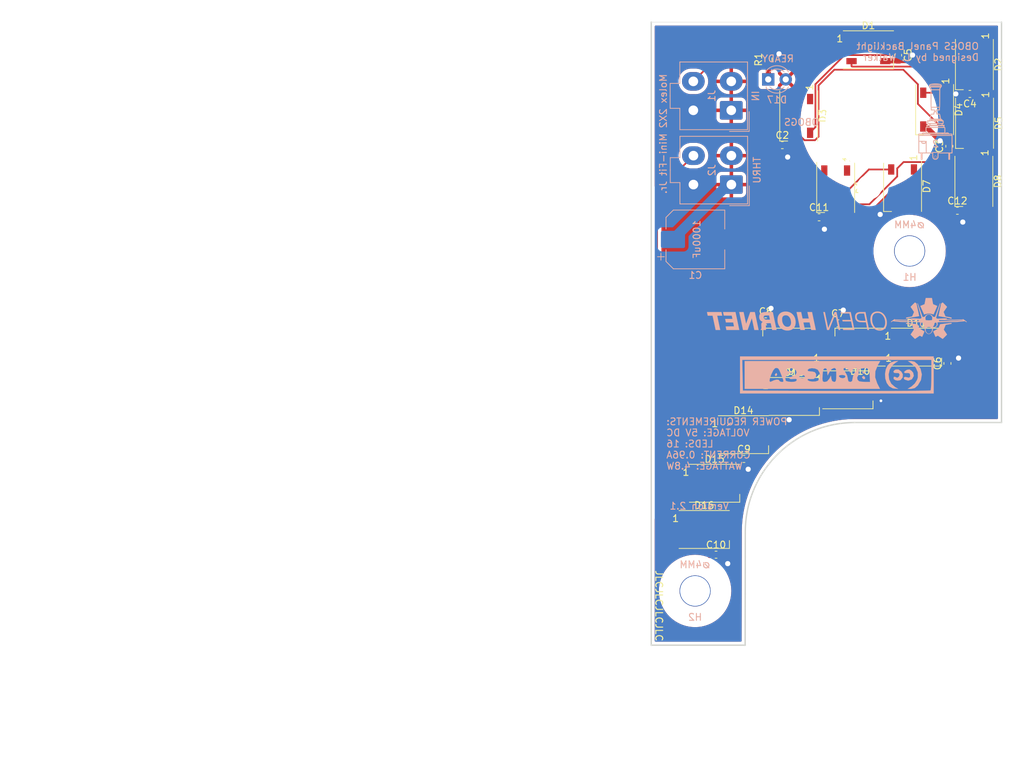
<source format=kicad_pcb>
(kicad_pcb (version 20211014) (generator pcbnew)
  (layers (0 "F.Cu" signal) (31 "B.Cu" signal) (34 "B.Paste" user) (35 "F.Paste" user) (36 "B.SilkS" user "B.Silkscreen") (37 "F.SilkS" user "F.Silkscreen") (38 "B.Mask" user) (39 "F.Mask" user) (44 "Edge.Cuts" user))
  (net 0 "")
  (net 1 "/LED+5V")
  (net 2 "Net-(D1-Pad2)")
  (net 3 "/DATAIN")
  (net 4 "/LEDGND")
  (net 5 "Net-(D2-Pad2)")
  (net 6 "Net-(D3-Pad2)")
  (net 7 "Net-(D4-Pad2)")
  (net 8 "Net-(D5-Pad2)")
  (net 9 "Net-(D6-Pad2)")
  (net 10 "Net-(D7-Pad2)")
  (net 11 "Net-(D8-Pad2)")
  (net 12 "Net-(D10-Pad4)")
  (net 13 "Net-(D10-Pad2)")
  (net 14 "Net-(D11-Pad2)")
  (net 15 "Net-(D12-Pad2)")
  (net 16 "Net-(D13-Pad2)")
  (net 17 "Net-(D14-Pad2)")
  (net 18 "Net-(D15-Pad2)")
  (net 19 "/DATAOUT")
  (net 20 "Net-(D17-Pad1)")
  (footprint "OH_Footprints:C_0603_1608Metric" (layer "F.Cu") (at 177.6603 58.74766)
    (fp_text reference "C2" (at 0 -1.43) (layer "F.SilkS"))
    (fp_text value "C")
    (pad "1" smd roundrect (at -0.775 0) (size 0.9 0.95) (layers "F.Cu" "F.Paste" "F.Mask") (net 1 "/LED+5V"))
    (pad "2" smd roundrect (at 0.775 0) (size 0.9 0.95) (layers "F.Cu" "F.Paste" "F.Mask") (net 4 "/LEDGND"))
  )
  (footprint "OH_Footprints:C_0603_1608Metric" (layer "F.Cu") (at 201.88174 58.90992 90)
    (fp_text reference "C3" (at 0 -1.43 90) (layer "F.SilkS"))
    (fp_text value "C")
    (pad "1" smd roundrect (at -0.775 0 90) (size 0.9 0.95) (layers "F.Cu" "F.Paste" "F.Mask") (net 1 "/LED+5V"))
    (pad "2" smd roundrect (at 0.775 0 90) (size 0.9 0.95) (layers "F.Cu" "F.Paste" "F.Mask") (net 4 "/LEDGND"))
  )
  (footprint "OH_Footprints:C_0603_1608Metric" (layer "F.Cu") (at 204.86116 51.31562 180)
    (fp_text reference "C4" (at 0 -1.43 180) (layer "F.SilkS"))
    (fp_text value "C")
    (pad "1" smd roundrect (at -0.775 0 180) (size 0.9 0.95) (layers "F.Cu" "F.Paste" "F.Mask") (net 1 "/LED+5V"))
    (pad "2" smd roundrect (at 0.775 0 180) (size 0.9 0.95) (layers "F.Cu" "F.Paste" "F.Mask") (net 4 "/LEDGND"))
  )
  (footprint "OH_Footprints:C_0603_1608Metric" (layer "F.Cu") (at 194.44716 45.6949 -90)
    (fp_text reference "C5" (at 0 -1.43 -90) (layer "F.SilkS"))
    (fp_text value "C")
    (pad "1" smd roundrect (at -0.775 0 270) (size 0.9 0.95) (layers "F.Cu" "F.Paste" "F.Mask") (net 1 "/LED+5V"))
    (pad "2" smd roundrect (at 0.775 0 270) (size 0.9 0.95) (layers "F.Cu" "F.Paste" "F.Mask") (net 4 "/LEDGND"))
  )
  (footprint "OH_Footprints:C_0603_1608Metric" (layer "F.Cu") (at 201.60234 90.42684 90)
    (fp_text reference "C6" (at 0 -1.43 90) (layer "F.SilkS"))
    (fp_text value "C")
    (pad "1" smd roundrect (at -0.775 0 90) (size 0.9 0.95) (layers "F.Cu" "F.Paste" "F.Mask") (net 1 "/LED+5V"))
    (pad "2" smd roundrect (at 0.775 0 90) (size 0.9 0.95) (layers "F.Cu" "F.Paste" "F.Mask") (net 4 "/LEDGND"))
  )
  (footprint "OH_Footprints:C_0603_1608Metric" (layer "F.Cu") (at 185.71972 84.6074)
    (fp_text reference "C7" (at 0 -1.43) (layer "F.SilkS"))
    (fp_text value "C")
    (pad "1" smd roundrect (at -0.775 0) (size 0.9 0.95) (layers "F.Cu" "F.Paste" "F.Mask") (net 1 "/LED+5V"))
    (pad "2" smd roundrect (at 0.775 0) (size 0.9 0.95) (layers "F.Cu" "F.Paste" "F.Mask") (net 4 "/LEDGND"))
  )
  (footprint "OH_Footprints:C_0603_1608Metric" (layer "F.Cu") (at 175.23938 84.32292)
    (fp_text reference "C8" (at 0 -1.43) (layer "F.SilkS"))
    (fp_text value "C")
    (pad "1" smd roundrect (at -0.775 0) (size 0.9 0.95) (layers "F.Cu" "F.Paste" "F.Mask") (net 1 "/LED+5V"))
    (pad "2" smd roundrect (at 0.775 0) (size 0.9 0.95) (layers "F.Cu" "F.Paste" "F.Mask") (net 4 "/LEDGND"))
  )
  (footprint "OH_Footprints:C_0603_1608Metric" (layer "F.Cu") (at 172.08978 104.2924)
    (fp_text reference "C9" (at 0 -1.43) (layer "F.SilkS"))
    (fp_text value "C")
    (pad "1" smd roundrect (at -0.775 0) (size 0.9 0.95) (layers "F.Cu" "F.Paste" "F.Mask") (net 1 "/LED+5V"))
    (pad "2" smd roundrect (at 0.775 0) (size 0.9 0.95) (layers "F.Cu" "F.Paste" "F.Mask") (net 4 "/LEDGND"))
  )
  (footprint "OH_Footprints:C_0603_1608Metric" (layer "F.Cu") (at 168.04356 118.18874)
    (fp_text reference "C10" (at 0 -1.43) (layer "F.SilkS"))
    (fp_text value "C")
    (pad "1" smd roundrect (at -0.775 0) (size 0.9 0.95) (layers "F.Cu" "F.Paste" "F.Mask") (net 1 "/LED+5V"))
    (pad "2" smd roundrect (at 0.775 0) (size 0.9 0.95) (layers "F.Cu" "F.Paste" "F.Mask") (net 4 "/LEDGND"))
  )
  (footprint "OH_Footprints:LED_WS2812B_PLCC4_5.0x5.0mm_P3.2mm" (layer "F.Cu") (at 190.144 44.9072)
    (fp_text reference "D1" (at 0 -3.5) (layer "F.SilkS"))
    (fp_text value "WS2812B")
    (fp_text user "1" (at -4.15 -1.6) (layer "F.SilkS"))
    (pad "1" smd rect (at -2.45 -1.65) (size 1.5 0.9) (layers "F.Cu" "F.Paste" "F.Mask") (net 1 "/LED+5V"))
    (pad "2" smd rect (at -2.45 1.65) (size 1.5 0.9) (layers "F.Cu" "F.Paste" "F.Mask") (net 2 "Net-(D1-Pad2)"))
    (pad "3" smd rect (at 2.45 1.65) (size 1.5 0.9) (layers "F.Cu" "F.Paste" "F.Mask") (net 4 "/LEDGND"))
    (pad "4" smd rect (at 2.45 -1.65) (size 1.5 0.9) (layers "F.Cu" "F.Paste" "F.Mask") (net 3 "/DATAIN"))
  )
  (footprint "OH_Footprints:LED_WS2812B_PLCC4_5.0x5.0mm_P3.2mm" (layer "F.Cu") (at 205.512 47.0524 -90)
    (fp_text reference "D2" (at 0 -3.5 -90) (layer "F.SilkS"))
    (fp_text value "WS2812B")
    (fp_text user "1" (at -4.15 -1.6 -90) (layer "F.SilkS"))
    (pad "1" smd rect (at -2.45 -1.65 270) (size 1.5 0.9) (layers "F.Cu" "F.Paste" "F.Mask") (net 1 "/LED+5V"))
    (pad "2" smd rect (at -2.45 1.65 270) (size 1.5 0.9) (layers "F.Cu" "F.Paste" "F.Mask") (net 5 "Net-(D2-Pad2)"))
    (pad "3" smd rect (at 2.45 1.65 270) (size 1.5 0.9) (layers "F.Cu" "F.Paste" "F.Mask") (net 4 "/LEDGND"))
    (pad "4" smd rect (at 2.45 -1.65 270) (size 1.5 0.9) (layers "F.Cu" "F.Paste" "F.Mask") (net 2 "Net-(D1-Pad2)"))
  )
  (footprint "OH_Footprints:LED_WS2812B_PLCC4_5.0x5.0mm_P3.2mm" (layer "F.Cu") (at 180.035 54.5084 -90)
    (fp_text reference "D3" (at 0 -3.5 -90) (layer "F.SilkS"))
    (fp_text value "WS2812B")
    (fp_text user "1" (at -4.15 -1.6 -90) (layer "F.SilkS"))
    (pad "1" smd rect (at -2.45 -1.65 270) (size 1.5 0.9) (layers "F.Cu" "F.Paste" "F.Mask") (net 1 "/LED+5V"))
    (pad "2" smd rect (at -2.45 1.65 270) (size 1.5 0.9) (layers "F.Cu" "F.Paste" "F.Mask") (net 6 "Net-(D3-Pad2)"))
    (pad "3" smd rect (at 2.45 1.65 270) (size 1.5 0.9) (layers "F.Cu" "F.Paste" "F.Mask") (net 4 "/LEDGND"))
    (pad "4" smd rect (at 2.45 -1.65 270) (size 1.5 0.9) (layers "F.Cu" "F.Paste" "F.Mask") (net 5 "Net-(D2-Pad2)"))
  )
  (footprint "OH_Footprints:LED_WS2812B_PLCC4_5.0x5.0mm_P3.2mm" (layer "F.Cu") (at 199.746 53.594 -90)
    (fp_text reference "D4" (at 0 -3.5 -90) (layer "F.SilkS"))
    (fp_text value "WS2812B")
    (fp_text user "1" (at -4.15 -1.6 -90) (layer "F.SilkS"))
    (pad "1" smd rect (at -2.45 -1.65 270) (size 1.5 0.9) (layers "F.Cu" "F.Paste" "F.Mask") (net 1 "/LED+5V"))
    (pad "2" smd rect (at -2.45 1.65 270) (size 1.5 0.9) (layers "F.Cu" "F.Paste" "F.Mask") (net 7 "Net-(D4-Pad2)"))
    (pad "3" smd rect (at 2.45 1.65 270) (size 1.5 0.9) (layers "F.Cu" "F.Paste" "F.Mask") (net 4 "/LEDGND"))
    (pad "4" smd rect (at 2.45 -1.65 270) (size 1.5 0.9) (layers "F.Cu" "F.Paste" "F.Mask") (net 6 "Net-(D3-Pad2)"))
  )
  (footprint "OH_Footprints:LED_WS2812B_PLCC4_5.0x5.0mm_P3.2mm" (layer "F.Cu") (at 205.537 55.5752 -90)
    (fp_text reference "D5" (at 0 -3.5 -90) (layer "F.SilkS"))
    (fp_text value "WS2812B")
    (fp_text user "1" (at -4.15 -1.6 -90) (layer "F.SilkS"))
    (pad "1" smd rect (at -2.45 -1.65 270) (size 1.5 0.9) (layers "F.Cu" "F.Paste" "F.Mask") (net 1 "/LED+5V"))
    (pad "2" smd rect (at -2.45 1.65 270) (size 1.5 0.9) (layers "F.Cu" "F.Paste" "F.Mask") (net 8 "Net-(D5-Pad2)"))
    (pad "3" smd rect (at 2.45 1.65 270) (size 1.5 0.9) (layers "F.Cu" "F.Paste" "F.Mask") (net 4 "/LEDGND"))
    (pad "4" smd rect (at 2.45 -1.65 270) (size 1.5 0.9) (layers "F.Cu" "F.Paste" "F.Mask") (net 7 "Net-(D4-Pad2)"))
  )
  (footprint "OH_Footprints:LED_WS2812B_PLCC4_5.0x5.0mm_P3.2mm" (layer "F.Cu") (at 185.395 64.8832 -90)
    (fp_text reference "D6" (at 0 -3.5 -90) (layer "F.SilkS"))
    (fp_text value "WS2812B")
    (fp_text user "1" (at -4.15 -1.6 -90) (layer "F.SilkS"))
    (pad "1" smd rect (at -2.45 -1.65 270) (size 1.5 0.9) (layers "F.Cu" "F.Paste" "F.Mask") (net 1 "/LED+5V"))
    (pad "2" smd rect (at -2.45 1.65 270) (size 1.5 0.9) (layers "F.Cu" "F.Paste" "F.Mask") (net 9 "Net-(D6-Pad2)"))
    (pad "3" smd rect (at 2.45 1.65 270) (size 1.5 0.9) (layers "F.Cu" "F.Paste" "F.Mask") (net 4 "/LEDGND"))
    (pad "4" smd rect (at 2.45 -1.65 270) (size 1.5 0.9) (layers "F.Cu" "F.Paste" "F.Mask") (net 8 "Net-(D5-Pad2)"))
  )
  (footprint "OH_Footprints:LED_WS2812B_PLCC4_5.0x5.0mm_P3.2mm" (layer "F.Cu") (at 195.098 64.7308 -90)
    (fp_text reference "D7" (at 0 -3.5 -90) (layer "F.SilkS"))
    (fp_text value "WS2812B")
    (fp_text user "1" (at -4.15 -1.6 -90) (layer "F.SilkS"))
    (pad "1" smd rect (at -2.45 -1.65 270) (size 1.5 0.9) (layers "F.Cu" "F.Paste" "F.Mask") (net 1 "/LED+5V"))
    (pad "2" smd rect (at -2.45 1.65 270) (size 1.5 0.9) (layers "F.Cu" "F.Paste" "F.Mask") (net 10 "Net-(D7-Pad2)"))
    (pad "3" smd rect (at 2.45 1.65 270) (size 1.5 0.9) (layers "F.Cu" "F.Paste" "F.Mask") (net 4 "/LEDGND"))
    (pad "4" smd rect (at 2.45 -1.65 270) (size 1.5 0.9) (layers "F.Cu" "F.Paste" "F.Mask") (net 9 "Net-(D6-Pad2)"))
  )
  (footprint "OH_Footprints:LED_WS2812B_PLCC4_5.0x5.0mm_P3.2mm" (layer "F.Cu") (at 205.435 64.008 -90)
    (fp_text reference "D8" (at 0 -3.5 -90) (layer "F.SilkS"))
    (fp_text value "WS2812B")
    (fp_text user "1" (at -4.15 -1.6 -90) (layer "F.SilkS"))
    (pad "1" smd rect (at -2.45 -1.65 270) (size 1.5 0.9) (layers "F.Cu" "F.Paste" "F.Mask") (net 1 "/LED+5V"))
    (pad "2" smd rect (at -2.45 1.65 270) (size 1.5 0.9) (layers "F.Cu" "F.Paste" "F.Mask") (net 11 "Net-(D8-Pad2)"))
    (pad "3" smd rect (at 2.45 1.65 270) (size 1.5 0.9) (layers "F.Cu" "F.Paste" "F.Mask") (net 4 "/LEDGND"))
    (pad "4" smd rect (at 2.45 -1.65 270) (size 1.5 0.9) (layers "F.Cu" "F.Paste" "F.Mask") (net 10 "Net-(D7-Pad2)"))
  )
  (footprint "OH_Footprints:LED_WS2812B_PLCC4_5.0x5.0mm_P3.2mm" (layer "F.Cu") (at 178.472 88.0616 180)
    (fp_text reference "D9" (at 0 -3.5 180) (layer "F.SilkS"))
    (fp_text value "WS2812B")
    (fp_text user "1" (at -4.15 -1.6 180) (layer "F.SilkS"))
    (pad "1" smd rect (at -2.45 -1.65 180) (size 1.5 0.9) (layers "F.Cu" "F.Paste" "F.Mask") (net 1 "/LED+5V"))
    (pad "2" smd rect (at -2.45 1.65 180) (size 1.5 0.9) (layers "F.Cu" "F.Paste" "F.Mask") (net 12 "Net-(D10-Pad4)"))
    (pad "3" smd rect (at 2.45 1.65 180) (size 1.5 0.9) (layers "F.Cu" "F.Paste" "F.Mask") (net 4 "/LEDGND"))
    (pad "4" smd rect (at 2.45 -1.65 180) (size 1.5 0.9) (layers "F.Cu" "F.Paste" "F.Mask") (net 11 "Net-(D8-Pad2)"))
  )
  (footprint "OH_Footprints:LED_WS2812B_PLCC4_5.0x5.0mm_P3.2mm" (layer "F.Cu") (at 188.937 88.0616 180)
    (fp_text reference "D10" (at 0 -3.5 180) (layer "F.SilkS"))
    (fp_text value "WS2812B")
    (fp_text user "1" (at -4.15 -1.6 180) (layer "F.SilkS"))
    (pad "1" smd rect (at -2.45 -1.65 180) (size 1.5 0.9) (layers "F.Cu" "F.Paste" "F.Mask") (net 1 "/LED+5V"))
    (pad "2" smd rect (at -2.45 1.65 180) (size 1.5 0.9) (layers "F.Cu" "F.Paste" "F.Mask") (net 13 "Net-(D10-Pad2)"))
    (pad "3" smd rect (at 2.45 1.65 180) (size 1.5 0.9) (layers "F.Cu" "F.Paste" "F.Mask") (net 4 "/LEDGND"))
    (pad "4" smd rect (at 2.45 -1.65 180) (size 1.5 0.9) (layers "F.Cu" "F.Paste" "F.Mask") (net 12 "Net-(D10-Pad4)"))
  )
  (footprint "OH_Footprints:LED_WS2812B_PLCC4_5.0x5.0mm_P3.2mm" (layer "F.Cu") (at 197.116 88.0616)
    (fp_text reference "D11" (at 0 -3.5) (layer "F.SilkS"))
    (fp_text value "WS2812B")
    (fp_text user "1" (at -4.15 -1.6) (layer "F.SilkS"))
    (pad "1" smd rect (at -2.45 -1.65) (size 1.5 0.9) (layers "F.Cu" "F.Paste" "F.Mask") (net 1 "/LED+5V"))
    (pad "2" smd rect (at -2.45 1.65) (size 1.5 0.9) (layers "F.Cu" "F.Paste" "F.Mask") (net 14 "Net-(D11-Pad2)"))
    (pad "3" smd rect (at 2.45 1.65) (size 1.5 0.9) (layers "F.Cu" "F.Paste" "F.Mask") (net 4 "/LEDGND"))
    (pad "4" smd rect (at 2.45 -1.65) (size 1.5 0.9) (layers "F.Cu" "F.Paste" "F.Mask") (net 13 "Net-(D10-Pad2)"))
  )
  (footprint "OH_Footprints:LED_WS2812B_PLCC4_5.0x5.0mm_P3.2mm" (layer "F.Cu") (at 179.386 95.2244)
    (fp_text reference "D13" (at 0 -3.5) (layer "F.SilkS"))
    (fp_text value "WS2812B")
    (fp_text user "1" (at -4.15 -1.6) (layer "F.SilkS"))
    (pad "1" smd rect (at -2.45 -1.65) (size 1.5 0.9) (layers "F.Cu" "F.Paste" "F.Mask") (net 1 "/LED+5V"))
    (pad "2" smd rect (at -2.45 1.65) (size 1.5 0.9) (layers "F.Cu" "F.Paste" "F.Mask") (net 16 "Net-(D13-Pad2)"))
    (pad "3" smd rect (at 2.45 1.65) (size 1.5 0.9) (layers "F.Cu" "F.Paste" "F.Mask") (net 4 "/LEDGND"))
    (pad "4" smd rect (at 2.45 -1.65) (size 1.5 0.9) (layers "F.Cu" "F.Paste" "F.Mask") (net 15 "Net-(D12-Pad2)"))
  )
  (footprint "OH_Footprints:LED_WS2812B_PLCC4_5.0x5.0mm_P3.2mm" (layer "F.Cu") (at 172.02 100.762)
    (fp_text reference "D14" (at 0 -3.5) (layer "F.SilkS"))
    (fp_text value "WS2812B")
    (fp_text user "1" (at -4.15 -1.6) (layer "F.SilkS"))
    (pad "1" smd rect (at -2.45 -1.65) (size 1.5 0.9) (layers "F.Cu" "F.Paste" "F.Mask") (net 1 "/LED+5V"))
    (pad "2" smd rect (at -2.45 1.65) (size 1.5 0.9) (layers "F.Cu" "F.Paste" "F.Mask") (net 17 "Net-(D14-Pad2)"))
    (pad "3" smd rect (at 2.45 1.65) (size 1.5 0.9) (layers "F.Cu" "F.Paste" "F.Mask") (net 4 "/LEDGND"))
    (pad "4" smd rect (at 2.45 -1.65) (size 1.5 0.9) (layers "F.Cu" "F.Paste" "F.Mask") (net 16 "Net-(D13-Pad2)"))
  )
  (footprint "OH_Footprints:LED_WS2812B_PLCC4_5.0x5.0mm_P3.2mm" (layer "F.Cu") (at 167.832 107.823)
    (fp_text reference "D15" (at 0 -3.5) (layer "F.SilkS"))
    (fp_text value "WS2812B")
    (fp_text user "1" (at -4.15 -1.6) (layer "F.SilkS"))
    (pad "1" smd rect (at -2.45 -1.65) (size 1.5 0.9) (layers "F.Cu" "F.Paste" "F.Mask") (net 1 "/LED+5V"))
    (pad "2" smd rect (at -2.45 1.65) (size 1.5 0.9) (layers "F.Cu" "F.Paste" "F.Mask") (net 18 "Net-(D15-Pad2)"))
    (pad "3" smd rect (at 2.45 1.65) (size 1.5 0.9) (layers "F.Cu" "F.Paste" "F.Mask") (net 4 "/LEDGND"))
    (pad "4" smd rect (at 2.45 -1.65) (size 1.5 0.9) (layers "F.Cu" "F.Paste" "F.Mask") (net 17 "Net-(D14-Pad2)"))
  )
  (footprint "OH_Footprints:LED_WS2812B_PLCC4_5.0x5.0mm_P3.2mm" (layer "F.Cu") (at 166.331 114.528)
    (fp_text reference "D16" (at 0 -3.5) (layer "F.SilkS"))
    (fp_text value "WS2812B")
    (fp_text user "1" (at -4.15 -1.6) (layer "F.SilkS"))
    (pad "1" smd rect (at -2.45 -1.65) (size 1.5 0.9) (layers "F.Cu" "F.Paste" "F.Mask") (net 1 "/LED+5V"))
    (pad "2" smd rect (at -2.45 1.65) (size 1.5 0.9) (layers "F.Cu" "F.Paste" "F.Mask") (net 19 "/DATAOUT"))
    (pad "3" smd rect (at 2.45 1.65) (size 1.5 0.9) (layers "F.Cu" "F.Paste" "F.Mask") (net 4 "/LEDGND"))
    (pad "4" smd rect (at 2.45 -1.65) (size 1.5 0.9) (layers "F.Cu" "F.Paste" "F.Mask") (net 18 "Net-(D15-Pad2)"))
  )
  (footprint "OH_Footprints:LED_WS2812B_PLCC4_5.0x5.0mm_P3.2mm" (layer "F.Cu") (at 187.159 94.2592)
    (fp_text reference "D12" (at 0 -3.5) (layer "F.SilkS"))
    (fp_text value "WS2812B")
    (fp_text user "1" (at -4.15 -1.6) (layer "F.SilkS"))
    (pad "1" smd rect (at -2.45 -1.65) (size 1.5 0.9) (layers "F.Cu" "F.Paste" "F.Mask") (net 1 "/LED+5V"))
    (pad "2" smd rect (at -2.45 1.65) (size 1.5 0.9) (layers "F.Cu" "F.Paste" "F.Mask") (net 15 "Net-(D12-Pad2)"))
    (pad "3" smd rect (at 2.45 1.65) (size 1.5 0.9) (layers "F.Cu" "F.Paste" "F.Mask") (net 4 "/LEDGND"))
    (pad "4" smd rect (at 2.45 -1.65) (size 1.5 0.9) (layers "F.Cu" "F.Paste" "F.Mask") (net 14 "Net-(D11-Pad2)"))
  )
  (footprint "Kicad Footprint Files:100SPX_Toggle_Keepout" (layer "F.Cu") (at 190.279157 55.312067)
    (fp_text reference "1" (at 0 0.5) (layer "F.SilkS"))
    (fp_text value "100SPX_Toggle_Keepout")
    (pad "" np_thru_hole circle locked (at 0 0) (size 12.7 12.7) (drill 12.7) (layers *.Mask "F.Cu") (clearance 1))
    (pad "" np_thru_hole circle locked (at 0 0) (size 12.7 12.7) (drill 12.7) (layers *.Mask "B.Cu") (clearance 3.65))
    (pad "" np_thru_hole circle locked (at 0 9.525) (size 3.572 3.572) (drill 3.572) (layers *.Cu *.Mask) (clearance 1))
  )
  (footprint "Kicad Footprint Files:OH_Panel_Fastner_Keepout" (layer "F.Cu") (at 196.121157 74.108067)
    (fp_text reference "2" hide)
    (fp_text value "OH_Panel_Fastner_Keepout" hide)
    (fp_text user "H1" (at 0 3.81) (layer "B.SilkS") (effects (justify mirror)))
    (fp_text user "⌀4MM" (at 0 -3.81) (layer "B.SilkS") (effects (justify mirror)))
    (pad "" np_thru_hole circle locked (at 0 0) (size 4.5 4.5) (drill 4.3053) (layers *.Cu *.Mask) (clearance 3))
  )
  (footprint "Kicad Footprint Files:OH_Panel_Fastner_Keepout" (layer "F.Cu") (at 165.006157 123.447567)
    (fp_text reference "3" hide)
    (fp_text value "OH_Panel_Fastner_Keepout" hide)
    (fp_text user "⌀4MM" (at 0 -3.81) (layer "B.SilkS") (effects (justify mirror)))
    (fp_text user "H2" (at 0 3.81) (layer "B.SilkS") (effects (justify mirror)))
    (pad "" np_thru_hole circle locked (at 0 0) (size 4.5 4.5) (drill 4.3053) (layers *.Cu *.Mask) (clearance 3))
  )
  (footprint "OH_Footprints:C_0603_1608Metric" (layer "F.Cu") (at 182.99166 69.22008)
    (fp_text reference "C11" (at 0 -1.43) (layer "F.SilkS"))
    (fp_text value "C")
    (pad "1" smd roundrect (at -0.775 0) (size 0.9 0.95) (layers "F.Cu" "F.Paste" "F.Mask") (net 1 "/LED+5V"))
    (pad "2" smd roundrect (at 0.775 0) (size 0.9 0.95) (layers "F.Cu" "F.Paste" "F.Mask") (net 4 "/LEDGND"))
  )
  (footprint "OH_Footprints:C_0603_1608Metric" (layer "F.Cu") (at 203.0477 68.26758)
    (fp_text reference "C12" (at 0 -1.43) (layer "F.SilkS"))
    (fp_text value "C")
    (pad "1" smd roundrect (at -0.775 0) (size 0.9 0.95) (layers "F.Cu" "F.Paste" "F.Mask") (net 1 "/LED+5V"))
    (pad "2" smd roundrect (at 0.775 0) (size 0.9 0.95) (layers "F.Cu" "F.Paste" "F.Mask") (net 4 "/LEDGND"))
  )
  (footprint "OH_Footprints:R_0603_1608Metric" (layer "F.Cu") (at 175.63592 46.32656 90)
    (fp_text reference "R1" (at 0 -1.43 90) (layer "F.SilkS"))
    (fp_text value "R")
    (pad "1" smd roundrect (at -0.825 0 90) (size 0.8 0.95) (layers "F.Cu" "F.Paste" "F.Mask") (net 20 "Net-(D17-Pad1)"))
    (pad "2" smd roundrect (at 0.825 0 90) (size 0.8 0.95) (layers "F.Cu" "F.Paste" "F.Mask") (net 4 "/LEDGND"))
  )
  (footprint "OH_Footprints:CP_Elec_8x10" (layer "B.Cu") (at 165.04786 72.43318)
    (fp_text reference "C1" (at 0 5.2 180) (layer "B.SilkS") (effects (justify mirror)))
    (fp_text value "C_Polarized")
    (pad "1" smd roundrect (at -3.25 0) (size 3.5 2.5) (layers "B.Cu" "B.Paste" "B.Mask") (roundrect_rratio 0.1) (net 1 "/LED+5V"))
    (pad "2" smd roundrect (at 3.25 0) (size 3.5 2.5) (layers "B.Cu" "B.Paste" "B.Mask") (roundrect_rratio 0.1) (net 4 "/LEDGND"))
  )
  (footprint "Kicad Footprint Files:S2ALToggle" (layer "B.Cu") (at 199.9996 55.4736 180)
    (fp_text reference "G***" hide)
    (fp_text value "LOGO" hide)
    (fp_text user "2" (at 0.125 -3.075) (layer "B.SilkS") (effects (justify mirror)))
  )
  (footprint "OH_Footprints:LED_D3.0mm" (layer "B.Cu") (at 175.61306 49.20996)
    (fp_text reference "D17" (at 1.27 2.96 180) (layer "B.SilkS") (effects (justify mirror)))
    (fp_text value "LED")
    (pad "1" thru_hole rect (at 0 0) (size 1.8 1.8) (drill 0.9) (layers *.Cu *.Mask) (net 20 "Net-(D17-Pad1)"))
    (pad "2" thru_hole circle (at 2.54 0) (size 1.8 1.8) (drill 0.9) (layers *.Cu *.Mask) (net 1 "/LED+5V"))
  )
  (footprint "OH_Footprints:Molex_Mini-Fit_Jr_5566-04A_2x02_P4.20mm_Vertical" (layer "B.Cu") (at 170.25112 53.6956 90)
    (fp_text reference "J1" (at 2.1 -2.820624 270) (layer "B.SilkS") (effects (justify mirror)))
    (fp_text value "Conn_01x04_Female")
    (pad "1" thru_hole roundrect (at 0 0 90) (size 2.7 3.3) (drill 1.4) (layers *.Cu *.Mask) (roundrect_rratio 0.09259296296) (net 1 "/LED+5V"))
    (pad "2" thru_hole oval (at 4.2 0 90) (size 2.7 3.3) (drill 1.4) (layers *.Cu *.Mask) (net 1 "/LED+5V"))
    (pad "3" thru_hole oval (at 0 -5.5 90) (size 2.7 3.3) (drill 1.4) (layers *.Cu *.Mask) (net 4 "/LEDGND"))
    (pad "4" thru_hole oval (at 4.2 -5.5 90) (size 2.7 3.3) (drill 1.4) (layers *.Cu *.Mask) (net 3 "/DATAIN"))
  )
  (footprint "OH_Footprints:Molex_Mini-Fit_Jr_5566-04A_2x02_P4.20mm_Vertical" (layer "B.Cu") (at 170.26636 64.47536 90)
    (fp_text reference "J2" (at 2.1 -2.820624 270) (layer "B.SilkS") (effects (justify mirror)))
    (fp_text value "Conn_01x04_Female")
    (pad "1" thru_hole roundrect (at 0 0 90) (size 2.7 3.3) (drill 1.4) (layers *.Cu *.Mask) (roundrect_rratio 0.09259296296) (net 1 "/LED+5V"))
    (pad "2" thru_hole oval (at 4.2 0 90) (size 2.7 3.3) (drill 1.4) (layers *.Cu *.Mask) (net 1 "/LED+5V"))
    (pad "3" thru_hole oval (at 0 -5.5 90) (size 2.7 3.3) (drill 1.4) (layers *.Cu *.Mask) (net 4 "/LEDGND"))
    (pad "4" thru_hole oval (at 4.2 -5.5 90) (size 2.7 3.3) (drill 1.4) (layers *.Cu *.Mask) (net 19 "/DATAOUT"))
  )
  (footprint "OH_General:OH_LOGO_37.7mm_5.9mm" (layer "B.Cu") (at 185.572676 83.9 180)
    (fp_text reference "G***" hide)
    (fp_text value "LOGO" hide)
  )
  (footprint "OH_General:CC-BY-NC-SA-Small" (layer "B.Cu") (at 185.65 92.1 180)
    (fp_text reference "G***" hide)
    (fp_text value "LOGO" hide)
  )
  (gr_line (start 209.4484 40.894) (end 209.4484 40.894001) (layer "Edge.Cuts") (width 0.05))
  (gr_line (start 209.4484 40.894) (end 158.648401 40.894001) (layer "Edge.Cuts") (width 0.05))
  (gr_line (start 188.1632 99.0092) (end 209.4484 99.0092) (layer "Edge.Cuts") (width 0.2))
  (gr_line (start 158.648401 131.318) (end 172.2628 131.318) (layer "Edge.Cuts") (width 0.2))
  (gr_line (start 158.648401 40.894001) (end 158.648401 131.318) (layer "Edge.Cuts") (width 0.2))
  (gr_arc (start 172.288199 114.884199) (mid 176.93788 103.658879) (end 188.1632 99.0092) (layer "Edge.Cuts") (width 0.2))
  (gr_line (start 172.2628 131.318) (end 172.288199 114.884199) (layer "Edge.Cuts") (width 0.2))
  (gr_line (start 209.4484 99.0092) (end 209.4484 40.894001) (layer "Edge.Cuts") (width 0.2))
  (gr_text "OBOGS" (at 180.4416 55.4228) (layer "B.SilkS") (effects (font (size 1 1)) (justify mirror)))
  (gr_text "POWER REQUIREMENTS:\nVOLTAGE: 5V DC\nLEDS: 16\nCURRENT: 0.96A\nWATTAGE: 4.8W" (at 160.75 102.1) (layer "B.SilkS") (effects (font (size 1 1)) (justify right mirror)))
  (gr_text "THRU" (at 173.98746 62.37732 90) (layer "B.SilkS") (effects (font (size 1 1)) (justify mirror)))
  (gr_text "Version 2.1" (at 165.608 111.125) (layer "B.SilkS") (effects (font (size 1 1)) (justify mirror)))
  (gr_text "OBOGS Panel Backlight\nDesigned by L. Walker" (at 206.25308 45.20438) (layer "B.SilkS") (effects (font (size 1 1)) (justify left mirror)))
  (gr_text "IN" (at 173.78426 51.61534 90) (layer "B.SilkS") (effects (font (size 1 1)) (justify mirror)))
  (gr_text "READY" (at 177.01514 46.2026) (layer "B.SilkS") (effects (font (size 1 1)) (justify mirror)))
  (gr_text "Molex 2X2 Mini-Fit Jr." (at 160.39084 57.11698 90) (layer "B.SilkS") (effects (font (size 1 1)) (justify mirror)))
  (gr_text "1000uF" (at 165.26002 72.43318 90) (layer "B.SilkS") (effects (font (size 1 1)) (justify mirror)))
  (gr_text "JLCJLCJLCJLC" (at 159.766 125.603 270) (layer "F.SilkS") (effects (font (size 1 1))))
  (segment (start 206.366738 61.558) (end 204.865844 60.057106) (width 1) (layer "F.Cu") (net 1))
  (segment (start 201.93175 59.73493) (end 201.88174 59.73493) (width 1) (layer "F.Cu") (net 1))
  (segment (start 207.035 61.558) (end 206.366738 61.558) (width 1) (layer "F.Cu") (net 1))
  (segment (start 204.865844 60.057106) (end 202.253926 60.057106) (width 1) (layer "F.Cu") (net 1))
  (segment (start 202.253926 60.057106) (end 201.93175 59.73493) (width 1) (layer "F.Cu") (net 1))
  (segment (start 169.75568 64.47536) (end 161.79786 72.43318) (width 1.5) (layer "B.Cu") (net 1))
  (segment (start 170.26636 64.47536) (end 169.75568 64.47536) (width 1.5) (layer "B.Cu") (net 1))
  (segment (start 187.78748 47.35068) (end 197.49932 47.35068) (width 0.25) (layer "F.Cu") (net 2))
  (segment (start 187.694 46.5072) (end 187.694 47.2572) (width 0.25) (layer "F.Cu") (net 2))
  (segment (start 197.49932 47.35068) (end 199 45.85) (width 0.25) (layer "F.Cu") (net 2))
  (segment (start 199 45.85) (end 206.85 45.85) (width 0.25) (layer "F.Cu") (net 2))
  (segment (start 206.85 45.85) (end 206.85 49.2404) (width 0.25) (layer "F.Cu") (net 2))
  (segment (start 206.85 49.2404) (end 207.112 49.5024) (width 0.25) (layer "F.Cu") (net 2))
  (segment (start 187.694 47.2572) (end 187.78748 47.35068) (width 0.25) (layer "F.Cu") (net 2))
  (segment (start 191.768999 42.482199) (end 171.764521 42.482199) (width 0.25) (layer "F.Cu") (net 3))
  (segment (start 192.594 43.3072) (end 191.768999 42.482199) (width 0.25) (layer "F.Cu") (net 3))
  (segment (start 171.764521 42.482199) (end 164.75112 49.4956) (width 0.25) (layer "F.Cu") (net 3))
  (segment (start 203.21524 89.65438) (end 203.22794 89.65184) (width 0.75) (layer "F.Cu") (net 4))
  (segment (start 191.9605 95.85198) (end 191.95328 95.8592) (width 0.75) (layer "F.Cu") (net 4))
  (segment (start 178.42992 60.47994) (end 178.4353 60.51072) (width 0.75) (layer "F.Cu") (net 4))
  (segment (start 191.85128 68.80606) (end 191.86906 68.80606) (width 0.75) (layer "F.Cu") (net 4))
  (segment (start 183.76138 70.94982) (end 183.77916 70.93204) (width 0.75) (layer "F.Cu") (net 4))
  (segment (start 203.83246 69.91604) (end 203.835 69.9135) (width 0.75) (layer "F.Cu") (net 4))
  (segment (start 200.54316 58.11266) (end 200.56542 58.13492) (width 0.75) (layer "F.Cu") (net 4))
  (segment (start 202.82154 51.31562) (end 202.6793 51.31562) (width 0.75) (layer "F.Cu") (net 4))
  (segment (start 196.54774 45.67936) (end 196.54774 45.67936) (width 0.75) (layer "F.Cu") (net 4))
  (segment (start 172.7073 105.78592) (end 172.86478 105.64368) (width 0.75) (layer "F.Cu") (net 4))
  (segment (start 169.73804 119.48414) (end 169.68978 119.49176) (width 0.75) (layer "F.Cu") (net 4))
  (segment (start 178.64582 98.60534) (end 178.64582 98.60534) (width 0.75) (layer "F.Cu") (net 4))
  (segment (start 186.4995 82.69224) (end 186.49472 82.69702) (width 0.75) (layer "F.Cu") (net 4))
  (segment (start 176.01438 82.43316) (end 176.01438 82.43316) (width 0.75) (layer "F.Cu") (net 4))
  (segment (start 177.1777 45.50156) (end 177.1777 45.50156) (width 0.75) (layer "F.Cu") (net 4))
  (segment (start 175.63592 45.50156) (end 177.1777 45.50156) (width 0.75) (layer "F.Cu") (net 4))
  (segment (start 174.47 102.68718) (end 172.86478 104.2924) (width 0.75) (layer "F.Cu") (net 4))
  (segment (start 201.88174 58.13492) (end 200.54316 58.11266) (width 0.75) (layer "F.Cu") (net 4))
  (segment (start 203.912 49.5024) (end 203.912 51.14146) (width 0.75) (layer "F.Cu") (net 4))
  (segment (start 176.01438 86.45398) (end 176.022 86.4616) (width 0.75) (layer "F.Cu") (net 4))
  (segment (start 186.487 84.61512) (end 186.49472 84.6074) (width 0.75) (layer "F.Cu") (net 4))
  (segment (start 181.836 96.8244) (end 180.42676 96.8244) (width 0.75) (layer "F.Cu") (net 4))
  (segment (start 195.7826 46.4445) (end 196.54774 45.67936) (width 0.75) (layer "F.Cu") (net 4))
  (segment (start 186.49472 84.6074) (end 186.4995 82.69224) (width 0.75) (layer "F.Cu") (net 4))
  (segment (start 178.435 56.9584) (end 178.435 58.74736) (width 0.75) (layer "F.Cu") (net 4))
  (segment (start 192.594 46.5072) (end 194.40986 46.5072) (width 0.75) (layer "F.Cu") (net 4))
  (segment (start 201.99146 58.0252) (end 201.88174 58.13492) (width 0.75) (layer "F.Cu") (net 4))
  (segment (start 183.77916 69.22008) (end 183.76138 70.94982) (width 0.75) (layer "F.Cu") (net 4))
  (segment (start 194.40986 46.5072) (end 194.44716 46.4699) (width 0.75) (layer "F.Cu") (net 4))
  (segment (start 178.435 58.74736) (end 178.4353 58.74766) (width 0.75) (layer "F.Cu") (net 4))
  (segment (start 172.7073 106.9977) (end 172.7073 105.78592) (width 0.75) (layer "F.Cu") (net 4))
  (segment (start 193.498 67.17712) (end 191.85128 68.80606) (width 0.75) (layer "F.Cu") (net 4))
  (segment (start 176.022 86.4616) (end 176.022 84.33054) (width 0.75) (layer "F.Cu") (net 4))
  (segment (start 203.912 51.14146) (end 204.08616 51.31562) (width 0.75) (layer "F.Cu") (net 4))
  (segment (start 168.81856 118.18874) (end 168.81856 118.62054) (width 0.75) (layer "F.Cu") (net 4))
  (segment (start 180.42676 96.8244) (end 178.64582 98.60534) (width 0.75) (layer "F.Cu") (net 4))
  (segment (start 203.835 66.458) (end 203.83246 69.91604) (width 0.75) (layer "F.Cu") (net 4))
  (segment (start 193.498 67.1808) (end 193.498 67.17712) (width 0.75) (layer "F.Cu") (net 4))
  (segment (start 189.609 95.8592) (end 191.9605 95.85198) (width 0.75) (layer "F.Cu") (net 4))
  (segment (start 198.146 56.044) (end 198.4745 56.044) (width 0.75) (layer "F.Cu") (net 4))
  (segment (start 203.937 58.0252) (end 201.99146 58.0252) (width 0.75) (layer "F.Cu") (net 4))
  (segment (start 168.781 116.128) (end 168.781 118.15118) (width 0.75) (layer "F.Cu") (net 4))
  (segment (start 201.59258 89.6616) (end 201.60234 89.65184) (width 0.75) (layer "F.Cu") (net 4))
  (segment (start 168.81856 118.62054) (end 169.73804 119.48414) (width 0.75) (layer "F.Cu") (net 4))
  (segment (start 199.566 89.6616) (end 201.59258 89.6616) (width 0.75) (layer "F.Cu") (net 4))
  (segment (start 170.282 109.423) (end 172.7073 106.9977) (width 0.75) (layer "F.Cu") (net 4))
  (segment (start 194.44716 46.4699) (end 195.7826 46.4699) (width 0.75) (layer "F.Cu") (net 4))
  (segment (start 176.022 84.33054) (end 176.01438 84.32292) (width 0.75) (layer "F.Cu") (net 4))
  (segment (start 195.7826 46.4699) (end 195.7826 46.4445) (width 0.75) (layer "F.Cu") (net 4))
  (segment (start 183.795 67.3332) (end 183.795 69.20424) (width 0.75) (layer "F.Cu") (net 4))
  (segment (start 172.86478 104.2924) (end 172.7073 105.78592) (width 0.75) (layer "F.Cu") (net 4))
  (segment (start 204.08616 51.31562) (end 202.82154 51.31562) (width 0.75) (layer "F.Cu") (net 4))
  (segment (start 176.01438 84.32292) (end 176.01438 82.43316) (width 0.75) (layer "F.Cu") (net 4))
  (segment (start 186.487 86.4616) (end 186.487 84.61512) (width 0.75) (layer "F.Cu") (net 4))
  (segment (start 174.47 102.362) (end 174.47 102.68718) (width 0.75) (layer "F.Cu") (net 4))
  (segment (start 183.795 69.20424) (end 183.77916 69.22008) (width 0.75) (layer "F.Cu") (net 4))
  (segment (start 201.60234 89.65184) (end 203.21524 89.65438) (width 0.75) (layer "F.Cu") (net 4))
  (segment (start 178.4353 58.74766) (end 178.42992 60.47994) (width 0.75) (layer "F.Cu") (net 4))
  (segment (start 168.81856 118.18874) (end 168.781 118.15118) (width 0.75) (layer "F.Cu") (net 4))
  (segment (start 198.4745 56.044) (end 200.54316 58.11266) (width 0.75) (layer "F.Cu") (net 4))
  (via (at 177.1777 45.50156) (size 1.5) (drill 0.75) (layers "F.Cu" "B.Cu") (net 4))
  (via (at 169.73804 119.48414) (size 1.5) (drill 0.75) (layers "F.Cu" "B.Cu") (net 4))
  (via (at 191.85128 68.80606) (size 1.5) (drill 0.75) (layers "F.Cu" "B.Cu") (net 4))
  (via (at 196.54774 45.67936) (size 1.5) (drill 0.75) (layers "F.Cu" "B.Cu") (net 4))
  (via (at 191.9605 95.85198) (size 0.8) (drill 0.4) (layers "F.Cu" "B.Cu") (net 4))
  (via (at 186.4995 82.69224) (size 1.5) (drill 0.75) (layers "F.Cu" "B.Cu") (net 4))
  (via (at 200.54316 58.11266) (size 1.5) (drill 0.75) (layers "F.Cu" "B.Cu") (net 4))
  (via (at 203.21524 89.65438) (size 1.5) (drill 0.75) (layers "F.Cu" "B.Cu") (net 4))
  (via (at 183.76138 70.94982) (size 1.5) (drill 0.75) (layers "F.Cu" "B.Cu") (net 4))
  (via (at 176.01438 82.43316) (size 1.5) (drill 0.75) (layers "F.Cu" "B.Cu") (net 4))
  (via (at 203.83246 69.91604) (size 1.5) (drill 0.75) (layers "F.Cu" "B.Cu") (net 4))
  (via (at 178.64582 98.60534) (size 1.5) (drill 0.75) (layers "F.Cu" "B.Cu") (net 4))
  (via (at 172.7073 105.78592) (size 1.5) (drill 0.75) (layers "F.Cu" "B.Cu") (net 4))
  (via (at 178.42992 60.47994) (size 1.5) (drill 0.75) (layers "F.Cu" "B.Cu") (net 4))
  (via (at 202.82154 51.31562) (size 1.5) (drill 0.75) (layers "F.Cu" "B.Cu") (net 4))
  (segment (start 196.033698 44.6024) (end 194.941198 45.6949) (width 0.25) (layer "F.Cu") (net 5))
  (segment (start 193.969326 45.6949) (end 193.956625 45.682199) (width 0.25) (layer "F.Cu") (net 5))
  (segment (start 193.956625 45.682199) (end 186.683999 45.682199) (width 0.25) (layer "F.Cu") (net 5))
  (segment (start 186.683999 45.682199) (end 182.460001 49.906197) (width 0.25) (layer "F.Cu") (net 5))
  (segment (start 203.912 44.6024) (end 196.033698 44.6024) (width 0.25) (layer "F.Cu") (net 5))
  (segment (start 194.941198 45.6949) (end 193.969326 45.6949) (width 0.25) (layer "F.Cu") (net 5))
  (segment (start 182.460001 56.133399) (end 181.635 56.9584) (width 0.25) (layer "F.Cu") (net 5))
  (segment (start 182.460001 49.906197) (end 182.460001 56.133399) (width 0.25) (layer "F.Cu") (net 5))
  (segment (start 182.395001 58.033401) (end 180.874999 58.033401) (width 0.25) (layer "F.Cu") (net 6))
  (segment (start 179.260001 52.883401) (end 178.435 52.0584) (width 0.25) (layer "F.Cu") (net 6))
  (segment (start 180.874999 58.033401) (end 179.260001 56.418403) (width 0.25) (layer "F.Cu") (net 6))
  (segment (start 197.320999 49.920999) (end 195.20069 47.80069) (width 0.25) (layer "F.Cu") (net 6))
  (segment (start 182.910011 57.518391) (end 182.395001 58.033401) (width 0.25) (layer "F.Cu") (net 6))
  (segment (start 182.910011 50.092597) (end 182.910011 57.518391) (width 0.25) (layer "F.Cu") (net 6))
  (segment (start 195.20069 47.80069) (end 185.201918 47.80069) (width 0.25) (layer "F.Cu") (net 6))
  (segment (start 185.201918 47.80069) (end 182.910011 50.092597) (width 0.25) (layer "F.Cu") (net 6))
  (segment (start 179.260001 56.418403) (end 179.260001 52.883401) (width 0.25) (layer "F.Cu") (net 6))
  (segment (start 200.596 56.044) (end 197.320999 52.768999) (width 0.25) (layer "F.Cu") (net 6))
  (segment (start 197.320999 52.768999) (end 197.320999 49.920999) (width 0.25) (layer "F.Cu") (net 6))
  (segment (start 201.346 56.044) (end 200.596 56.044) (width 0.25) (layer "F.Cu") (net 6))
  (segment (start 206.387 58.0252) (end 199.5058 51.144) (width 0.25) (layer "F.Cu") (net 7))
  (segment (start 199.5058 51.144) (end 198.146 51.144) (width 0.25) (layer "F.Cu") (net 7))
  (segment (start 207.137 58.0252) (end 206.387 58.0252) (width 0.25) (layer "F.Cu") (net 7))
  (segment (start 202.359574 58.90992) (end 201.336902 58.90992) (width 0.25) (layer "F.Cu") (net 8))
  (segment (start 202.68175 59.232096) (end 202.359574 58.90992) (width 0.25) (layer "F.Cu") (net 8))
  (segment (start 207.765106 59.232096) (end 202.68175 59.232096) (width 0.25) (layer "F.Cu") (net 8))
  (segment (start 195.244201 61.205799) (end 194.323001 62.126999) (width 0.25) (layer "F.Cu") (net 8))
  (segment (start 194.323001 63.290801) (end 190.280602 67.3332) (width 0.25) (layer "F.Cu") (net 8))
  (segment (start 203.937 53.1252) (end 204.687 53.1252) (width 0.25) (layer "F.Cu") (net 8))
  (segment (start 201.336902 58.90992) (end 199.041023 61.205799) (width 0.25) (layer "F.Cu") (net 8))
  (segment (start 207.962001 56.400201) (end 207.962001 59.035201) (width 0.25) (layer "F.Cu") (net 8))
  (segment (start 207.962001 59.035201) (end 207.765106 59.232096) (width 0.25) (layer "F.Cu") (net 8))
  (segment (start 194.323001 62.126999) (end 194.323001 63.290801) (width 0.25) (layer "F.Cu") (net 8))
  (segment (start 204.687 53.1252) (end 207.962001 56.400201) (width 0.25) (layer "F.Cu") (net 8))
  (segment (start 190.280602 67.3332) (end 186.995 67.3332) (width 0.25) (layer "F.Cu") (net 8))
  (segment (start 199.041023 61.205799) (end 195.244201 61.205799) (width 0.25) (layer "F.Cu") (net 8))
  (segment (start 181.44165 64.78655) (end 183.105144 63.123056) (width 0.25) (layer "F.Cu") (net 9))
  (segment (start 196.698 67.1808) (end 195.622999 68.255801) (width 0.25) (layer "F.Cu") (net 9))
  (segment (start 183.245379 72.024821) (end 181.44165 70.221092) (width 0.25) (layer "F.Cu") (net 9))
  (segment (start 190.223521 72.024821) (end 183.245379 72.024821) (width 0.25) (layer "F.Cu") (net 9))
  (segment (start 193.992541 68.255801) (end 190.223521 72.024821) (width 0.25) (layer "F.Cu") (net 9))
  (segment (start 183.105144 63.123056) (end 183.795 62.4332) (width 0.25) (layer "F.Cu") (net 9))
  (segment (start 181.44165 70.221092) (end 181.44165 64.78655) (width 0.25) (layer "F.Cu") (net 9))
  (segment (start 195.622999 68.255801) (end 193.992541 68.255801) (width 0.25) (layer "F.Cu") (net 9))
  (segment (start 186.169999 68.343201) (end 186.234999 68.408201) (width 0.25) (layer "F.Cu") (net 10))
  (segment (start 186.234999 68.408201) (end 190.435597 68.408201) (width 0.25) (layer "F.Cu") (net 10))
  (segment (start 193.460799 65.382999) (end 205.959999 65.382999) (width 0.25) (layer "F.Cu") (net 10))
  (segment (start 193.498 62.2808) (end 190.212398 62.2808) (width 0.25) (layer "F.Cu") (net 10))
  (segment (start 190.212398 62.2808) (end 186.169999 66.323199) (width 0.25) (layer "F.Cu") (net 10))
  (segment (start 205.959999 65.382999) (end 207.035 66.458) (width 0.25) (layer "F.Cu") (net 10))
  (segment (start 190.435597 68.408201) (end 193.460799 65.382999) (width 0.25) (layer "F.Cu") (net 10))
  (segment (start 186.169999 66.323199) (end 186.169999 68.343201) (width 0.25) (layer "F.Cu") (net 10))
  (segment (start 200.25 84.75) (end 207.860001 77.139999) (width 0.25) (layer "F.Cu") (net 11))
  (segment (start 179.297001 85.636599) (end 183.826997 85.636599) (width 0.25) (layer "F.Cu") (net 11))
  (segment (start 205.199998 61.558) (end 203.835 61.558) (width 0.25) (layer "F.Cu") (net 11))
  (segment (start 207.860001 77.139999) (end 207.860001 64.218003) (width 0.25) (layer "F.Cu") (net 11))
  (segment (start 188.726997 87.286601) (end 191.263598 84.75) (width 0.25) (layer "F.Cu") (net 11))
  (segment (start 185.476999 87.286601) (end 188.726997 87.286601) (width 0.25) (layer "F.Cu") (net 11))
  (segment (start 191.263598 84.75) (end 200.25 84.75) (width 0.25) (layer "F.Cu") (net 11))
  (segment (start 183.826997 85.636599) (end 185.476999 87.286601) (width 0.25) (layer "F.Cu") (net 11))
  (segment (start 207.860001 64.218003) (end 205.199998 61.558) (width 0.25) (layer "F.Cu") (net 11))
  (segment (start 176.022 88.9116) (end 179.297001 85.636599) (width 0.25) (layer "F.Cu") (net 11))
  (segment (start 176.022 89.6616) (end 176.022 88.9116) (width 0.25) (layer "F.Cu") (net 11))
  (segment (start 186.487 89.6616) (end 184.122 89.6616) (width 0.25) (layer "F.Cu") (net 12))
  (segment (start 184.122 89.6616) (end 180.922 86.4616) (width 0.25) (layer "F.Cu") (net 12))
  (segment (start 199.566 86.4616) (end 198.740999 85.636599) (width 0.25) (layer "F.Cu") (net 13))
  (segment (start 192.212001 85.636599) (end 191.387 86.4616) (width 0.25) (layer "F.Cu") (net 13))
  (segment (start 198.740999 85.636599) (end 192.212001 85.636599) (width 0.25) (layer "F.Cu") (net 13))
  (segment (start 191.6684 92.6592) (end 189.609 92.6592) (width 0.25) (layer "F.Cu") (net 14))
  (segment (start 194.666 89.6616) (end 191.6684 92.6592) (width 0.25) (layer "F.Cu") (net 14))
  (segment (start 184.0708 95.8592) (end 181.836 93.6244) (width 0.25) (layer "F.Cu") (net 15))
  (segment (start 184.709 95.8592) (end 184.0708 95.8592) (width 0.25) (layer "F.Cu") (net 15))
  (segment (start 174.47 99.162) (end 174.5984 99.162) (width 0.25) (layer "F.Cu") (net 16))
  (segment (start 174.5984 99.162) (end 176.936 96.8244) (width 0.25) (layer "F.Cu") (net 16))
  (segment (start 170.282 106.223) (end 170.282 103.074) (width 0.25) (layer "F.Cu") (net 17))
  (segment (start 170.282 103.074) (end 169.57 102.362) (width 0.25) (layer "F.Cu") (net 17))
  (segment (start 168.781 112.822) (end 165.382 109.423) (width 0.25) (layer "F.Cu") (net 18))
  (segment (start 168.781 112.928) (end 168.781 112.822) (width 0.25) (layer "F.Cu") (net 18))
  (segment (start 159.49168 65.55004) (end 164.76636 60.27536) (width 0.25) (layer "F.Cu") (net 19))
  (segment (start 163.4482 116.128) (end 159.49168 112.17148) (width 0.25) (layer "F.Cu") (net 19))
  (segment (start 163.881 116.128) (end 163.4482 116.128) (width 0.25) (layer "F.Cu") (net 19))
  (segment (start 159.49168 112.17148) (end 159.49168 65.55004) (width 0.25) (layer "F.Cu") (net 19))
  (segment (start 175.63592 47.15156) (end 175.63592 49.1871) (width 0.75) (layer "F.Cu") (net 20))
  (segment (start 175.63592 49.1871) (end 175.61306 49.20996) (width 0.75) (layer "F.Cu") (net 20))
  (zone (net 1) (net_name "/LED+5V") (layer "F.Cu") (connect_pads (clearance 0.508)) (min_thickness 0.254) (fill yes (thermal_gap 0.508) (thermal_bridge_width 0.508))
    (polygon (pts (xy 212.34654 133.4389) (xy 156.14904 133.00202) (xy 156.25318 78.99146) (xy 156.14904 39.01694) (xy 211.40928 39.12108)))
  )
  (zone (net 4) (net_name "/LEDGND") (layer "B.Cu") (connect_pads yes (clearance 0.508)) (min_thickness 0.254) (fill yes (thermal_gap 0.508) (thermal_bridge_width 0.508))
    (polygon (pts (xy 210.47202 39.77132) (xy 210.99272 132.71246) (xy 158.01086 134.3279) (xy 157.39618 39.77132) (xy 176.9618 39.66718)))
  )
)
</source>
